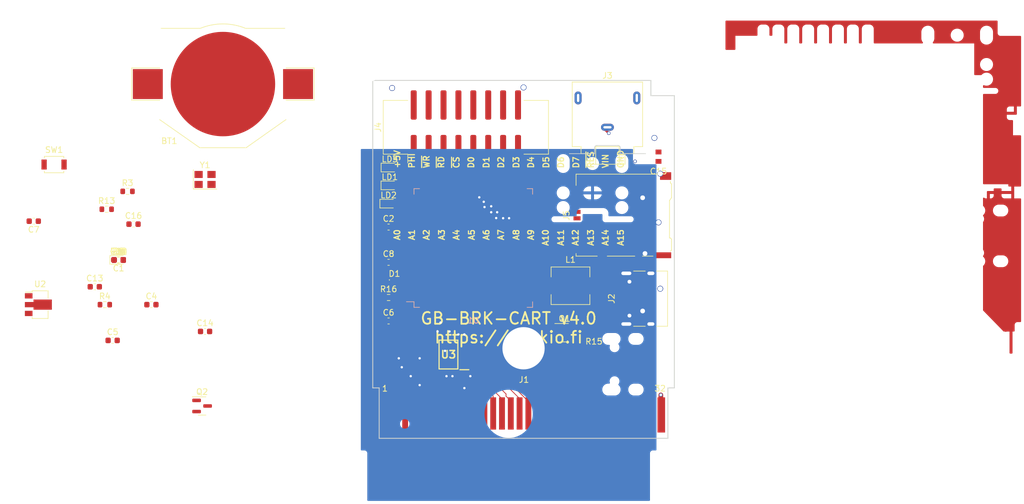
<source format=kicad_pcb>
(kicad_pcb (version 20211014) (generator pcbnew)
  (title_block (title "ICECART-GB") (rev "v5.1") (company "Iceberg Tech LLC") (comment 1 "https://icebergtech.xyz"))
  (layers (0 "F.Cu" signal) (31 "B.Cu" signal) (34 "B.Paste" user) (35 "F.Paste" user) (36 "B.SilkS" user "B.Silkscreen") (37 "F.SilkS" user "F.Silkscreen") (38 "B.Mask" user) (39 "F.Mask" user) (44 "Edge.Cuts" user))
  (net 0 "")
  (net 1 "VSSA")
  (net 2 "3.3V")
  (net 3 "Net-(BT1-Pad1)")
  (net 4 "SD-ON")
  (net 5 "VBAT")
  (net 6 "GB-D0")
  (net 7 "GB-D1")
  (net 8 "GB-D2")
  (net 9 "GB-D3")
  (net 10 "GB-D4")
  (net 11 "GB-D5")
  (net 12 "VDD")
  (net 13 "VDDA")
  (net 14 "GB-D6")
  (net 15 "GB-D7")
  (net 16 "GB-A4")
  (net 17 "GB-A5")
  (net 18 "GB-A6")
  (net 19 "GB-A7")
  (net 20 "GB-A8")
  (net 21 "GB-A9")
  (net 22 "GB-A10")
  (net 23 "GB-A11")
  (net 24 "GB-A12")
  (net 25 "GB-A13")
  (net 26 "GB-A14")
  (net 27 "GB-A15")
  (net 28 "PD11")
  (net 29 "GB-A0")
  (net 30 "GB-A1")
  (net 31 "SD-D0")
  (net 32 "SD-D1")
  (net 33 "USB_ID")
  (net 34 "USB_DM")
  (net 35 "USB_DP")
  (net 36 "SD-D2")
  (net 37 "SD-D3")
  (net 38 "SD-CK")
  (net 39 "GB-A2")
  (net 40 "GB-A3")
  (net 41 "SD-CMD")
  (net 42 "Net-(C1-Pad1)")
  (net 43 "Net-(C2-Pad1)")
  (net 44 "Net-(C3-Pad1)")
  (net 45 "Net-(C4-Pad1)")
  (net 46 "Net-(C11-Pad2)")
  (net 47 "GB-VCC")
  (net 48 "GB-PHI")
  (net 49 "GB-WR")
  (net 50 "GB-RD")
  (net 51 "GB-CS")
  (net 52 "GB-RES")
  (net 53 "ADC-MIC2")
  (net 54 "ADC-MIC1")
  (net 55 "GPIO0")
  (net 56 "GPIO2")
  (net 57 "GPIO4")
  (net 58 "GPIO6")
  (net 59 "GPIO8")
  (net 60 "GPIO10")
  (net 61 "GPIO12")
  (net 62 "GPIO14")
  (net 63 "GPIO1")
  (net 64 "GPIO3")
  (net 65 "GPIO5")
  (net 66 "GPIO7")
  (net 67 "GPIO9")
  (net 68 "GPIO11")
  (net 69 "GPIO13")
  (net 70 "GPIO15")
  (net 71 "/SH")
  (net 72 "SD-DET")
  (net 73 "Net-(LD1-Pad2)")
  (net 74 "Net-(LD2-Pad2)")
  (net 75 "Net-(LD3-Pad2)")
  (net 76 "Net-(LD4-Pad2)")
  (net 77 "PWR_LED")
  (net 78 "LED1")
  (net 79 "LED2")
  (net 80 "LED3")
  (net 81 "Net-(R9-Pad1)")
  (net 122 "Mem CLK")
  (net 123 "Mem_SO")
  (net 124 "Mem_SI")
  (net 125 "Mem_CS")
  (net 132 "Net-(J2-PadA5)")
  (net 133 "Net-(J2-PadA6)")
  (net 134 "Net-(J2-PadA7)")
  (net 136 "Net-(J2-PadB5)")
  (footprint "Gekkio_MountingHole:MountingHole_7.2mm" (layer "F.Cu") (at 102.54 73.474)
    (fp_text reference "MK1" hide)
    (fp_text value "DNF" hide)
  )
  (footprint "Gekkio_MountingHole:MountingHole_2.3mm" (layer "F.Cu") (at 76.54 26.824)
    (fp_text reference "MK2" hide)
    (fp_text value "DNF" hide)
  )
  (footprint "Resistor_SMD:R_0603_1608Metric" (layer "F.Cu") (at 114.54 69.824 90)
    (fp_text reference "R15")
    (fp_text value "47K")
  )
  (footprint "Connector_USB:USB_C_Receptacle_HRO_TYPE-C-31-M-12" (layer "F.Cu") (at 123.19 65.024 90)
    (fp_text reference "J2")
    (fp_text value "TYPE-C-31-M-12")
  )
  (footprint "Capacitor_SMD:C_0603_1608Metric" (layer "F.Cu") (at 125.54 40.824 90)
    (fp_text reference "C15")
    (fp_text value "100nF")
  )
  (footprint "Diode_SMD:D_0201_0603Metric" (layer "F.Cu") (at 80.54 61.824)
    (fp_text reference "D1")
    (fp_text value "D_Schottky")
  )
  (footprint "Capacitor_SMD:C_0603_1608Metric" (layer "F.Cu") (at 32.512 72.136)
    (fp_text reference "C5")
    (fp_text value "10")
  )
  (footprint "Resistor_SMD:R_0603_1608Metric" (layer "F.Cu") (at 33.528 58.42)
    (fp_text reference "R6")
    (fp_text value "510")
  )
  (footprint "Capacitor_SMD:C_0603_1608Metric" (layer "F.Cu") (at 48.26 70.612)
    (fp_text reference "C14")
    (fp_text value "100nF")
  )
  (footprint "LED_SMD:LED_0603_1608Metric" (layer "F.Cu") (at 79.756 42.672)
    (fp_text reference "LD3")
    (fp_text value "RED")
  )
  (footprint "LED_SMD:LED_0603_1608Metric" (layer "F.Cu") (at 79.739 45.72)
    (fp_text reference "LD1")
    (fp_text value "Green")
  )
  (footprint "Resistor_SMD:R_0603_1608Metric" (layer "F.Cu") (at 35.052 46.736)
    (fp_text reference "R3")
    (fp_text value "20")
  )
  (footprint "Resistor_SMD:R_0603_1608Metric" (layer "F.Cu") (at 31.496 49.784)
    (fp_text reference "R13")
    (fp_text value "47K")
  )
  (footprint "Capacitor_SMD:C_0603_1608Metric" (layer "F.Cu") (at 19.063 51.816 180)
    (fp_text reference "C7")
    (fp_text value "100nF")
  )
  (footprint "Button_Switch_SMD:SW_SPST_B3U-1000P" (layer "F.Cu") (at 22.528 42.164)
    (fp_text reference "SW1")
    (fp_text value "SW_Push")
  )
  (footprint "Capacitor_SMD:C_0603_1608Metric" (layer "F.Cu") (at 79.54 68.824)
    (fp_text reference "C6")
    (fp_text value "100nF")
  )
  (footprint "Resistor_SMD:R_0603_1608Metric" (layer "F.Cu") (at 79.54 64.824)
    (fp_text reference "R16")
    (fp_text value "0")
  )
  (footprint "Capacitor_SMD:C_0603_1608Metric" (layer "F.Cu") (at 39.116 66.04)
    (fp_text reference "C4")
    (fp_text value "2.2uF")
  )
  (footprint "Resistor_SMD:R_0603_1608Metric" (layer "F.Cu") (at 31.179 66.04)
    (fp_text reference "R4")
    (fp_text value "20")
  )
  (footprint "Crystal:Crystal_SMD_TXC_7M-4Pin_3.2x2.5mm" (layer "F.Cu") (at 48.26 44.704)
    (fp_text reference "Y1")
    (fp_text value "Crystal 8M")
  )
  (footprint "Connector_Card:microSD_HC_Hirose_DM3AT-SF-PEJM5" (layer "F.Cu") (at 119.38 50.8 90)
    (fp_text reference "J5")
    (fp_text value "Micro_SD_Card_Det")
  )
  (footprint "Gekkio_Connector_PCBEdge:GameBoy_Cartridge_1x32_P1.50mm_Edge" (layer "F.Cu") (at 102.616 84.836)
    (fp_text reference "J1")
    (fp_text value "DNF")
  )
  (footprint "Inductor_SMD:L_6.3x6.3_H3" (layer "F.Cu") (at 110.54 62.824)
    (fp_text reference "L1")
    (fp_text value "L")
  )
  (footprint "Capacitor_SMD:C_0603_1608Metric" (layer "F.Cu") (at 79.54 52.824)
    (fp_text reference "C2")
    (fp_text value "15p")
  )
  (footprint "Package_TO_SOT_SMD:SOT-23" (layer "F.Cu") (at 109.54 70.824)
    (fp_text reference "Q1")
    (fp_text value "AO3401A")
  )
  (footprint "Capacitor_SMD:C_0603_1608Metric" (layer "F.Cu") (at 36.068 52.324)
    (fp_text reference "C16")
    (fp_text value "1uF")
  )
  (footprint "Package_TO_SOT_SMD:SOT-23" (layer "F.Cu") (at 47.752 83.312)
    (fp_text reference "Q2")
    (fp_text value "AO3401A")
  )
  (footprint "Capacitor_SMD:C_0603_1608Metric" (layer "F.Cu") (at 29.464 62.992)
    (fp_text reference "C13")
    (fp_text value "100nF")
  )
  (footprint "Capacitor_SMD:C_0603_1608Metric" (layer "F.Cu") (at 33.528 58.42)
    (fp_text reference "C11")
    (fp_text value "0.1uF")
  )
  (footprint "LED_SMD:LED_0603_1608Metric" (layer "F.Cu") (at 79.54 48.824)
    (fp_text reference "LD2")
    (fp_text value "Orange")
  )
  (footprint "Resistor_SMD:R_0603_1608Metric" (layer "F.Cu") (at 33.528 58.42)
    (fp_text reference "R10")
    (fp_text value "47K")
  )
  (footprint "Resistor_SMD:R_0603_1608Metric" (layer "F.Cu") (at 33.528 58.42)
    (fp_text reference "R8")
    (fp_text value "510")
  )
  (footprint "Resistor_SMD:R_0603_1608Metric" (layer "F.Cu") (at 33.528 58.42)
    (fp_text reference "R2")
    (fp_text value "5k1")
  )
  (footprint "Capacitor_SMD:C_0603_1608Metric" (layer "F.Cu") (at 33.528 58.42 180)
    (fp_text reference "C1")
    (fp_text value "15p")
  )
  (footprint "Connector_Audio:Jack_3.5mm_CUI_SJ1-3523N_Horizontal" (layer "F.Cu") (at 116.84 35.814)
    (fp_text reference "J3")
    (fp_text value "AudioJack3")
    (fp_line (start 2.2 3.5) (end 2.2 4.5) (layer "Edge.Cuts") (width 0.12))
    (fp_line (start -2.2 3.5) (end -2.2 4.5) (layer "Edge.Cuts") (width 0.12))
    (fp_line (start -2.2 4.5) (end -6.5 4.5) (layer "Edge.Cuts") (width 0.12))
    (fp_line (start 1.8 3.1) (end -1.8 3.1) (layer "Edge.Cuts") (width 0.12))
    (fp_line (start 2.2 4.5) (end 6.5 4.5) (layer "Edge.Cuts") (width 0.12))
    (fp_arc (start -2.2 3.5) (mid -2.082842 3.217158) (end -1.8 3.1) (layer "Edge.Cuts") (width 0.12))
    (fp_arc (start 1.8 3.1) (mid 2.082843 3.217157) (end 2.2 3.5) (layer "Edge.Cuts") (width 0.12))
  )
  (footprint "Connector_IDC:IDC-Header_2x08_P2.54mm_Vertical_SMD" (layer "F.Cu") (at 92.71 35.814 90)
    (fp_text reference "J4")
    (fp_text value "Conn_02x08_Odd_Even")
  )
  (footprint "Battery:BatteryHolder_Keystone_3002_1x2032" (layer "F.Cu") (at 51.308 28.448)
    (fp_text reference "BT1")
    (fp_text value "Battery_Cell")
  )
  (footprint "Resistor_SMD:R_0603_1608Metric" (layer "F.Cu") (at 33.528 58.42)
    (fp_text reference "R9")
    (fp_text value "10k")
  )
  (footprint "Capacitor_SMD:C_0603_1608Metric" (layer "F.Cu") (at 79.54 58.824)
    (fp_text reference "C8")
    (fp_text value "100nF")
  )
  (footprint "LED_SMD:LED_0603_1608Metric" (layer "F.Cu") (at 33.528 58.42)
    (fp_text reference "LD4")
    (fp_text value "Blue")
  )
  (footprint "Capacitor_SMD:C_0603_1608Metric" (layer "F.Cu") (at 33.528 58.42)
    (fp_text reference "C3")
    (fp_text value "2.2uF")
  )
  (footprint "Capacitor_SMD:C_0603_1608Metric" (layer "F.Cu") (at 33.528 58.42)
    (fp_text reference "C10")
    (fp_text value "100nF")
  )
  (footprint "Capacitor_SMD:C_0603_1608Metric" (layer "F.Cu") (at 33.528 58.42)
    (fp_text reference "C9")
    (fp_text value "100nF")
  )
  (footprint "Resistor_SMD:R_0603_1608Metric" (layer "F.Cu") (at 33.528 58.42)
    (fp_text reference "R7")
    (fp_text value "510")
  )
  (footprint "Resistor_SMD:R_0603_1608Metric" (layer "F.Cu") (at 33.528 58.42)
    (fp_text reference "R5")
    (fp_text value "510")
  )
  (footprint "Resistor_SMD:R_0603_1608Metric" (layer "F.Cu") (at 33.528 58.42)
    (fp_text reference "R1")
    (fp_text value "5k1")
  )
  (footprint "IS66WVS4M8BLL:SOIC127P600X175-8N" (layer "F.Cu") (at 89.744 74.549 180)
    (fp_text reference "U3")
    (fp_text value "IS66WVS4M8BLL-104NLI" hide)
  )
  (footprint "Package_TO_SOT_SMD:SOT-89-3" (layer "F.Cu") (at 19.8505 66.04)
    (fp_text reference "U2")
    (fp_text value "HT75xx-1-SOT89")
  )
  (footprint "Resistor_SMD:R_0603_1608Metric" (layer "F.Cu") (at 33.528 58.42)
    (fp_text reference "R14")
    (fp_text value "47K")
  )
  (footprint "Resistor_SMD:R_0603_1608Metric" (layer "F.Cu") (at 33.528 58.42)
    (fp_text reference "R12")
    (fp_text value "100K")
  )
  (footprint "Capacitor_SMD:C_0603_1608Metric" (layer "F.Cu") (at 33.528 58.42)
    (fp_text reference "C12")
    (fp_text value "100nF")
  )
  (footprint "Resistor_SMD:R_0603_1608Metric" (layer "F.Cu") (at 33.528 58.42)
    (fp_text reference "R11")
    (fp_text value "47K")
  )
  (footprint "Package_QFP:LQFP-144_20x20mm_P0.5mm" (layer "B.Cu") (at 93.98 56.388)
    (fp_text reference "U1")
    (fp_text value "STM32F407ZGTx")
  )
  (gr_line (start 76.84 80.224) (end 76.84 27.824) (layer "Edge.Cuts") (width 0.15))
  (gr_line (start 128.24 80.224) (end 128.24 30.424) (layer "Edge.Cuts") (width 0.15))
  (gr_line (start 76.84 27.824) (end 124.24 27.824) (layer "Edge.Cuts") (width 0.15))
  (gr_line (start 77.94 88.824) (end 127.14 88.824) (layer "Edge.Cuts") (width 0.15))
  (gr_line (start 127.14 88.824) (end 127.14 80.224) (layer "Edge.Cuts") (width 0.15))
  (gr_line (start 124.24 27.824) (end 124.24 30.424) (layer "Edge.Cuts") (width 0.15))
  (gr_line (start 127.14 80.224) (end 128.24 80.224) (layer "Edge.Cuts") (width 0.15))
  (gr_line (start 128.24 30.424) (end 124.24 30.424) (layer "Edge.Cuts") (width 0.15))
  (gr_line (start 77.94 80.224) (end 76.84 80.224) (layer "Edge.Cuts") (width 0.15))
  (gr_line (start 77.94 88.824) (end 77.94 80.224) (layer "Edge.Cuts") (width 0.15))
  (gr_text "~{RD}" (at 88.5 42.9 90) (layer "F.SilkS") (effects (font (size 1 1) (thickness 0.2)) (justify left)))
  (gr_text "~{CS}" (at 91.1 42.9 90) (layer "F.SilkS") (effects (font (size 1 1) (thickness 0.2)) (justify left)))
  (gr_text "D0" (at 93.6 42.9 90) (layer "F.SilkS") (effects (font (size 1 1) (thickness 0.2)) (justify left)))
  (gr_text "D1" (at 96.2 42.9 90) (layer "F.SilkS") (effects (font (size 1 1) (thickness 0.2)) (justify left)))
  (gr_text "D2" (at 98.7 42.9 90) (layer "F.SilkS") (effects (font (size 1 1) (thickness 0.2)) (justify left)))
  (gr_text "D3" (at 101.3 42.9 90) (layer "F.SilkS") (effects (font (size 1 1) (thickness 0.2)) (justify left)))
  (gr_text "D4" (at 103.8 42.9 90) (layer "F.SilkS") (effects (font (size 1 1) (thickness 0.2)) (justify left)))
  (gr_text "D5" (at 106.4 42.9 90) (layer "F.SilkS") (effects (font (size 1 1) (thickness 0.2)) (justify left)))
  (gr_text "D6" (at 108.9 42.9 90) (layer "F.SilkS") (effects (font (size 1 1) (thickness 0.2)) (justify left)))
  (gr_text "D7" (at 111.5 42.9 90) (layer "F.SilkS") (effects (font (size 1 1) (thickness 0.2)) (justify left)))
  (gr_text "~{RES}" (at 114 42.9 90) (layer "F.SilkS") (effects (font (size 1 1) (thickness 0.2)) (justify left)))
  (gr_text "VIN" (at 116.5 42.9 90) (layer "F.SilkS") (effects (font (size 1 1) (thickness 0.2)) (justify left)))
  (gr_text "GB-BRK-CART v4.0\nhttps://gekkio.fi" (at 100 70) (layer "F.SilkS") (effects (font (size 2 2) (thickness 0.3))))
  (gr_text "GND" (at 119.1 42.9 90) (layer "F.SilkS") (effects (font (size 1 1) (thickness 0.2)) (justify left)))
  (gr_text "A8" (at 101.3 53.1 90) (layer "F.SilkS") (effects (font (size 1 1) (thickness 0.2)) (justify right)))
  (gr_text "A6" (at 96.2 53.1 90) (layer "F.SilkS") (effects (font (size 1 1) (thickness 0.2)) (justify right)))
  (gr_text "A12" (at 111.4 53.1 90) (layer "F.SilkS") (effects (font (size 1 1) (thickness 0.2)) (justify right)))
  (gr_text "+5V" (at 81 42.9 90) (layer "F.SilkS") (effects (font (size 1 1) (thickness 0.2)) (justify left)))
  (gr_text "A13" (at 114 53.1 90) (layer "F.SilkS") (effects (font (size 1 1) (thickness 0.2)) (justify right)))
  (gr_text "A10" (at 106.3 53.1 90) (layer "F.SilkS") (effects (font (size 1 1) (thickness 0.2)) (justify right)))
  (gr_text "A14" (at 116.5 53.1 90) (layer "F.SilkS") (effects (font (size 1 1) (thickness 0.2)) (justify right)))
  (gr_text "~{WR}" (at 86 42.9 90) (layer "F.SilkS") (effects (font (size 1 1) (thickness 0.2)) (justify left)))
  (gr_text "A9" (at 103.8 53.1 90) (layer "F.SilkS") (effects (font (size 1 1) (thickness 0.2)) (justify right)))
  (gr_text "A2" (at 86 53.1 90) (layer "F.SilkS") (effects (font (size 1 1) (thickness 0.2)) (justify right)))
  (gr_text "A11" (at 108.9 53.1 90) (layer "F.SilkS") (effects (font (size 1 1) (thickness 0.2)) (justify right)))
  (gr_text "A0" (at 81 53.1 90) (layer "F.SilkS") (effects (font (size 1 1) (thickness 0.2)) (justify right)))
  (gr_text "A7" (at 98.7 53.1 90) (layer "F.SilkS") (effects (font (size 1 1) (thickness 0.2)) (justify right)))
  (gr_text "A4" (at 91.1 53.1 90) (layer "F.SilkS") (effects (font (size 1 1) (thickness 0.2)) (justify right)))
  (gr_text "A1" (at 83.5 53.1 90) (layer "F.SilkS") (effects (font (size 1 1) (thickness 0.2)) (justify right)))
  (gr_text "PHI" (at 83.5 42.9 90) (layer "F.SilkS") (effects (font (size 1 1) (thickness 0.2)) (justify left)))
  (gr_text "A15" (at 119.1 53.1 90) (layer "F.SilkS") (effects (font (size 1 1) (thickness 0.2)) (justify right)))
  (gr_text "A3" (at 88.6 53.1 90) (layer "F.SilkS") (effects (font (size 1 1) (thickness 0.2)) (justify right)))
  (gr_text "A5" (at 93.7 53.1 90) (layer "F.SilkS") (effects (font (size 1 1) (thickness 0.2)) (justify right)))
  (via (at 84.836 75.184) (size 0.6) (drill 0.4) (layers "F.Cu" "B.Cu") (net 0))
  (segment (start 117.06 36.824) (end 116.51 36.274) (width 0.4) (layer "F.Cu") (net 1))
  (segment (start 125.94 84.824) (end 125.94 81.424) (width 0.8) (layer "F.Cu") (net 1))
  (segment (start 92.456 73.914) (end 92.456 72.644) (width 0.127) (layer "F.Cu") (net 1))
  (via (at 122.84 67.124) (size 1) (drill 0.8) (layers "F.Cu" "B.Cu") (net 1))
  (via (at 125.84 63.324) (size 1) (drill 0.8) (layers "F.Cu" "B.Cu") (net 1))
  (via (at 125.54 52.024) (size 1) (drill 0.8) (layers "F.Cu" "B.Cu") (net 1))
  (via (at 122.84 47.824) (size 1) (drill 0.8) (layers "F.Cu" "B.Cu") (net 1))
  (via (at 125.84 43.724) (size 1) (drill 0.8) (layers "F.Cu" "B.Cu") (net 1))
  (via (at 124.84 37.624) (size 1) (drill 0.8) (layers "F.Cu" "B.Cu") (net 1))
  (via (at 80.14 29.124) (size 1) (drill 0.8) (layers "F.Cu" "B.Cu") (net 1))
  (via (at 102.54 29.024) (size 1) (drill 0.8) (layers "F.Cu" "B.Cu") (net 1))
  (via (at 121.54 41.624) (size 0.6) (drill 0.4) (layers "F.Cu" "B.Cu") (net 1))
  (via (at 125.94 81.424) (size 0.6) (drill 0.4) (layers "F.Cu" "B.Cu") (net 1))
  (via (at 123.24 57.324) (size 1) (drill 0.8) (layers "F.Cu" "B.Cu") (net 1))
  (via (at 117.06 36.824) (size 0.6) (drill 0.4) (layers "F.Cu" "B.Cu") (net 1))
  (segment (start 94.996 47.752) (end 94.488 48.26) (width 0.127) (layer "F.Cu") (net 16))
  (segment (start 92.964 82.238) (end 92.866 82.336) (width 0.127) (layer "F.Cu") (net 16))
  (segment (start 92.964 80.772) (end 92.964 82.238) (width 0.127) (layer "F.Cu") (net 16))
  (segment (start 94.488 79.248) (end 92.964 80.772) (width 0.127) (layer "F.Cu") (net 16))
  (segment (start 94.488 48.26) (end 94.488 79.248) (width 0.127) (layer "F.Cu") (net 16))
  (segment (start 92.866 82.336) (end 92.866 84.586) (width 0.127) (layer "F.Cu") (net 16))
  (via (at 94.996 47.752) (size 0.6) (drill 0.4) (layers "F.Cu" "B.Cu") (net 16))
  (segment (start 93.19 58.194) (end 93.19 56.9015) (width 0.127) (layer "B.Cu") (net 16))
  (segment (start 92.456 58.928) (end 93.19 58.194) (width 0.127) (layer "B.Cu") (net 16))
  (segment (start 94.366 82.336) (end 94.366 84.586) (width 0.127) (layer "F.Cu") (net 17))
  (segment (start 94.996 49.276) (end 94.996 81.706) (width 0.127) (layer "F.Cu") (net 17))
  (segment (start 94.996 81.706) (end 94.366 82.336) (width 0.127) (layer "F.Cu") (net 17))
  (segment (start 95.758 48.514) (end 94.996 49.276) (width 0.127) (layer "F.Cu") (net 17))
  (via (at 95.758 48.514) (size 0.6) (drill 0.4) (layers "F.Cu" "B.Cu") (net 17))
  (segment (start 93.69 59.218) (end 93.69 56.9015) (width 0.127) (layer "B.Cu") (net 17))
  (segment (start 93.218 59.69) (end 93.69 59.218) (width 0.127) (layer "B.Cu") (net 17))
  (segment (start 95.887911 49.408047) (end 95.504 49.791958) (width 0.127) (layer "F.Cu") (net 18))
  (segment (start 95.504 49.791958) (end 95.504 80.264) (width 0.127) (layer "F.Cu") (net 18))
  (segment (start 95.504 80.264) (end 95.866 80.626) (width 0.127) (layer "F.Cu") (net 18))
  (segment (start 95.866 80.626) (end 95.866 84.586) (width 0.127) (layer "F.Cu") (net 18))
  (via (at 95.887911 49.408047) (size 0.6) (drill 0.4) (layers "F.Cu" "B.Cu") (net 18))
  (segment (start 94.19 59.741958) (end 94.19 56.9015) (width 0.127) (layer "B.Cu") (net 18))
  (segment (start 93.347911 60.584047) (end 94.19 59.741958) (width 0.127) (layer "B.Cu") (net 18))
  (segment (start 97.366 84.586) (end 97.366 81.618) (width 0.127) (layer "F.Cu") (net 19))
  (segment (start 96.012 80.264) (end 96.012 76.708) (width 0.127) (layer "F.Cu") (net 19))
  (segment (start 96.012 76.708) (end 96.012 50.292) (width 0.127) (layer "F.Cu") (net 19))
  (segment (start 96.012 50.292) (end 97.028 49.276) (width 0.127) (layer "F.Cu") (net 19))
  (segment (start 97.366 81.618) (end 96.012 80.264) (width 0.127) (layer "F.Cu") (net 19))
  (via (at 97.028 49.276) (size 0.6) (drill 0.4) (layers "F.Cu" "B.Cu") (net 19))
  (segment (start 94.488 60.452) (end 95.69 59.25) (width 0.127) (layer "B.Cu") (net 19))
  (segment (start 95.69 59.25) (end 95.69 56.9015) (width 0.127) (layer "B.Cu") (net 19))
  (segment (start 96.52 79.756) (end 96.52 50.8) (width 0.127) (layer "F.Cu") (net 20))
  (segment (start 98.866 82.102) (end 96.52 79.756) (width 0.127) (layer "F.Cu") (net 20))
  (segment (start 98.866 84.586) (end 98.866 82.102) (width 0.127) (layer "F.Cu") (net 20))
  (segment (start 96.52 50.8) (end 97.028 50.292) (width 0.127) (layer "F.Cu") (net 20))
  (via (at 97.028 50.292) (size 0.6) (drill 0.4) (layers "F.Cu" "B.Cu") (net 20))
  (segment (start 94.488 61.468) (end 96.19 59.766) (width 0.127) (layer "B.Cu") (net 20))
  (segment (start 96.19 59.766) (end 96.19 56.9015) (width 0.127) (layer "B.Cu") (net 20))
  (segment (start 100.366 84.586) (end 100.366 82.455) (width 0.127) (layer "F.Cu") (net 21))
  (segment (start 97.028 79.756) (end 97.028 51.308) (width 0.127) (layer "F.Cu") (net 21))
  (segment (start 99.5565 81.6455) (end 99.5565 81.2685) (width 0.127) (layer "F.Cu") (net 21))
  (segment (start 99.5565 81.2685) (end 98.044 79.756) (width 0.127) (layer "F.Cu") (net 21))
  (segment (start 97.028 51.308) (end 98.044 50.292) (width 0.127) (layer "F.Cu") (net 21))
  (segment (start 98.044 79.756) (end 97.028 79.756) (width 0.127) (layer "F.Cu") (net 21))
  (segment (start 100.366 82.455) (end 99.5565 81.6455) (width 0.127) (layer "F.Cu") (net 21))
  (via (at 98.044 50.292) (size 0.6) (drill 0.4) (layers "F.Cu" "B.Cu") (net 21))
  (segment (start 96.69 60.282) (end 96.69 56.9015) (width 0.127) (layer "B.Cu") (net 21))
  (segment (start 95.504 61.468) (end 96.69 60.282) (width 0.127) (layer "B.Cu") (net 21))
  (segment (start 99.06 79.248) (end 101.866 82.054) (width 0.127) (layer "F.Cu") (net 22))
  (segment (start 97.536 79.248) (end 99.06 79.248) (width 0.127) (layer "F.Cu") (net 22))
  (segment (start 101.866 82.054) (end 101.866 84.586) (width 0.127) (layer "F.Cu") (net 22))
  (segment (start 97.536 51.625283) (end 97.536 79.248) (width 0.127) (layer "F.Cu") (net 22))
  (segment (start 97.877405 51.283878) (end 97.536 51.625283) (width 0.127) (layer "F.Cu") (net 22))
  (via (at 97.877405 51.283878) (size 0.6) (drill 0.4) (layers "F.Cu" "B.Cu") (net 22))
  (segment (start 95.337405 62.459878) (end 97.19 60.607283) (width 0.127) (layer "B.Cu") (net 22))
  (segment (start 97.19 60.607283) (end 97.19 56.9015) (width 0.127) (layer "B.Cu") (net 22))
  (segment (start 98.044 52.324) (end 99.06 51.308) (width 0.127) (layer "F.Cu") (net 23))
  (segment (start 98.044 78.74) (end 98.044 52.324) (width 0.127) (layer "F.Cu") (net 23))
  (segment (start 103.366 82.538) (end 99.568 78.74) (width 0.127) (layer "F.Cu") (net 23))
  (segment (start 103.366 84.586) (end 103.366 82.03) (width 0.127) (layer "F.Cu") (net 23))
  (segment (start 103.366 84.586) (end 103.366 82.538) (width 0.127) (layer "F.Cu") (net 23))
  (segment (start 99.568 78.74) (end 98.044 78.74) (width 0.127) (layer "F.Cu") (net 23))
  (via (at 99.06 51.308) (size 0.6) (drill 0.4) (layers "F.Cu" "B.Cu") (net 23))
  (segment (start 97.69 61.314) (end 97.69 56.9015) (width 0.127) (layer "B.Cu") (net 23))
  (segment (start 96.52 62.484) (end 97.69 61.314) (width 0.127) (layer "B.Cu") (net 23))
  (segment (start 104.866 82.336) (end 98.626499 76.096499) (width 0.127) (layer "F.Cu") (net 24))
  (segment (start 104.866 84.586) (end 104.866 82.336) (width 0.127) (layer "F.Cu") (net 24))
  (segment (start 98.626499 52.757501) (end 100.076 51.308) (width 0.127) (layer "F.Cu") (net 24))
  (segment (start 98.626499 76.096499) (end 98.626499 52.757501) (width 0.127) (layer "F.Cu") (net 24))
  (via (at 100.076 51.308) (size 0.6) (drill 0.4) (layers "F.Cu" "B.Cu") (net 24))
  (segment (start 98.19 61.83) (end 98.19 56.9015) (width 0.127) (layer "B.Cu") (net 24))
  (segment (start 97.536 62.484) (end 98.19 61.83) (width 0.127) (layer "B.Cu") (net 24))
  (segment (start 106.366 84.586) (end 106.366 82.336) (width 0.127) (layer "F.Cu") (net 25))
  (segment (start 107.866 84.586) (end 107.866 81.958) (width 0.127) (layer "F.Cu") (net 26))
  (segment (start 86.866 84.586) (end 86.866 80.774) (width 0.127) (layer "F.Cu") (net 29))
  (segment (start 86.866 80.774) (end 89.408 78.232) (width 0.127) (layer "F.Cu") (net 29))
  (via (at 91.44 71.12) (size 0.6) (drill 0.4) (layers "F.Cu" "B.Cu") (net 29))
  (via (at 89.408 78.232) (size 0.6) (drill 0.4) (layers "F.Cu" "B.Cu") (net 29))
  (segment (start 88.9 84.328) (end 88.9 82.296) (width 0.127) (layer "B.Cu") (net 29))
  (segment (start 86.868 89.408) (end 86.868 86.36) (width 0.127) (layer "B.Cu") (net 29))
  (segment (start 86.868 86.36) (end 88.9 84.328) (width 0.127) (layer "B.Cu") (net 29))
  (segment (start 88.366 80.29) (end 90.424 78.232) (width 0.127) (layer "F.Cu") (net 30))
  (segment (start 88.366 84.586) (end 88.366 80.29) (width 0.127) (layer "F.Cu") (net 30))
  (via (at 92.456 71.12) (size 0.6) (drill 0.4) (layers "F.Cu" "B.Cu") (net 30))
  (via (at 90.424 78.232) (size 0.6) (drill 0.4) (layers "F.Cu" "B.Cu") (net 30))
  (segment (start 87.884 86.868) (end 89.916 84.836) (width 0.127) (layer "B.Cu") (net 30))
  (segment (start 89.916 84.836) (end 89.916 82.296) (width 0.127) (layer "B.Cu") (net 30))
  (segment (start 87.884 89.408) (end 87.884 86.868) (width 0.127) (layer "B.Cu") (net 30))
  (segment (start 89.866 81.838) (end 89.866 84.586) (width 0.127) (layer "F.Cu") (net 39))
  (segment (start 93.472 78.232) (end 89.866 81.838) (width 0.127) (layer "F.Cu") (net 39))
  (via (at 93.472 78.232) (size 0.6) (drill 0.4) (layers "F.Cu" "B.Cu") (net 39))
  (segment (start 90.932 88.183473) (end 93.472 85.643473) (width 0.127) (layer "B.Cu") (net 39))
  (segment (start 97.69 80.11) (end 93.472 84.328) (width 0.127) (layer "B.Cu") (net 39))
  (segment (start 97.69 78.2265) (end 97.69 80.11) (width 0.127) (layer "B.Cu") (net 39))
  (segment (start 90.932 89.408) (end 90.932 88.183473) (width 0.127) (layer "B.Cu") (net 39))
  (segment (start 93.472 85.643473) (end 93.472 84.328) (width 0.127) (layer "B.Cu") (net 39))
  (segment (start 91.366 81.354) (end 91.366 84.586) (width 0.127) (layer "F.Cu") (net 40))
  (segment (start 92.456 80.264) (end 91.366 81.354) (width 0.127) (layer "F.Cu") (net 40))
  (via (at 92.456 80.264) (size 0.6) (drill 0.4) (layers "F.Cu" "B.Cu") (net 40))
  (segment (start 89.916 87.665801) (end 92.964 84.617801) (width 0.127) (layer "B.Cu") (net 40))
  (segment (start 97.19 79.086) (end 97.19 78.2265) (width 0.127) (layer "B.Cu") (net 40))
  (segment (start 92.964 84.617801) (end 92.964 83.312) (width 0.127) (layer "B.Cu") (net 40))
  (segment (start 92.964 83.312) (end 97.19 79.086) (width 0.127) (layer "B.Cu") (net 40))
  (segment (start 89.916 91.44) (end 89.916 87.665801) (width 0.127) (layer "B.Cu") (net 40))
  (segment (start 81.28 75.184) (end 80.866 75.598) (width 0.127) (layer "F.Cu") (net 48))
  (segment (start 80.866 75.598) (end 80.866 84.586) (width 0.127) (layer "F.Cu") (net 48))
  (via (at 81.28 75.184) (size 0.6) (drill 0.4) (layers "F.Cu" "B.Cu") (net 48))
  (segment (start 80.7775 67.814) (end 78.998 67.814) (width 0.127) (layer "B.Cu") (net 48))
  (segment (start 78.74 68.072) (end 78.74 86.36) (width 0.127) (layer "B.Cu") (net 48))
  (segment (start 78.998 67.814) (end 78.74 68.072) (width 0.127) (layer "B.Cu") (net 48))
  (segment (start 81.788 76.708) (end 82.366 77.286) (width 0.127) (layer "F.Cu") (net 49))
  (segment (start 82.366 77.286) (end 82.366 84.586) (width 0.127) (layer "F.Cu") (net 49))
  (via (at 81.788 76.708) (size 0.6) (drill 0.4) (layers "F.Cu" "B.Cu") (net 49))
  (segment (start 79.248 87.884) (end 78.232 87.884) (width 0.127) (layer "B.Cu") (net 49))
  (segment (start 77.724 87.376) (end 77.724 68.072) (width 0.127) (layer "B.Cu") (net 49))
  (segment (start 78.482 67.314) (end 80.7775 67.314) (width 0.127) (layer "B.Cu") (net 49))
  (segment (start 77.724 68.072) (end 78.482 67.314) (width 0.127) (layer "B.Cu") (net 49))
  (segment (start 78.232 87.884) (end 77.724 87.376) (width 0.127) (layer "B.Cu") (net 49))
  (segment (start 83.312 78.232) (end 83.312 78.74) (width 0.127) (layer "F.Cu") (net 50))
  (segment (start 83.312 78.74) (end 83.866 79.294) (width 0.127) (layer "F.Cu") (net 50))
  (segment (start 83.866 79.294) (end 83.866 84.586) (width 0.127) (layer "F.Cu") (net 50))
  (via (at 83.312 78.232) (size 0.6) (drill 0.4) (layers "F.Cu" "B.Cu") (net 50))
  (segment (start 77.216 67.564) (end 77.966 66.814) (width 0.127) (layer "B.Cu") (net 50))
  (segment (start 77.966 66.814) (end 80.7775 66.814) (width 0.127) (layer "B.Cu") (net 50))
  (segment (start 80.772 89.408) (end 78.74 89.408) (width 0.127) (layer "B.Cu") (net 50))
  (segment (start 76.708 77.216) (end 77.216 76.708) (width 0.127) (layer "B.Cu") (net 50))
  (segment (start 76.708 87.376) (end 76.708 77.216) (width 0.127) (layer "B.Cu") (net 50))
  (segment (start 77.216 76.708) (end 77.216 67.564) (width 0.127) (layer "B.Cu") (net 50))
  (segment (start 78.74 89.408) (end 76.708 87.376) (width 0.127) (layer "B.Cu") (net 50))
  (segment (start 84.836 79.756) (end 85.366 80.286) (width 0.127) (layer "F.Cu") (net 51))
  (segment (start 85.366 80.286) (end 85.366 84.586) (width 0.127) (layer "F.Cu") (net 51))
  (via (at 84.836 79.756) (size 0.6) (drill 0.4) (layers "F.Cu" "B.Cu") (net 51))
  (segment (start 76.2 67.564) (end 77.45 66.314) (width 0.127) (layer "B.Cu") (net 51))
  (segment (start 78.74 90.424) (end 76.2 87.884) (width 0.127) (layer "B.Cu") (net 51))
  (segment (start 77.45 66.314) (end 80.7775 66.314) (width 0.127) (layer "B.Cu") (net 51))
  (segment (start 82.296 90.932) (end 81.788 90.424) (width 0.127) (layer "B.Cu") (net 51))
  (segment (start 76.2 87.884) (end 76.2 67.564) (width 0.127) (layer "B.Cu") (net 51))
  (segment (start 81.788 90.424) (end 78.74 90.424) (width 0.127) (layer "B.Cu") (net 51))
  (segment (start 89.154 73.914) (end 87.032 73.914) (width 0.127) (layer "F.Cu") (net 122))
  (via (at 89.154 73.914) (size 0.6) (drill 0.4) (layers "F.Cu" "B.Cu") (net 122))
  (segment (start 88.19 83.514) (end 88.19 78.2265) (width 0.127) (layer "B.Cu") (net 122))
  (segment (start 86.614 85.09) (end 88.19 83.514) (width 0.127) (layer "B.Cu") (net 122))
  (segment (start 89.916 72.8425) (end 92.2575 75.184) (width 0.127) (layer "F.Cu") (net 123))
  (segment (start 92.2575 75.184) (end 92.456 75.184) (width 0.127) (layer "F.Cu") (net 123))
  (segment (start 89.916 70.612) (end 89.916 72.8425) (width 0.127) (layer "F.Cu") (net 123))
  (via (at 89.916 70.612) (size 0.6) (drill 0.4) (layers "F.Cu" "B.Cu") (net 123))
  (segment (start 87.69 80.578) (end 87.69 78.2265) (width 0.127) (layer "B.Cu") (net 123))
  (segment (start 87.376 81.788) (end 87.376 80.892) (width 0.127) (layer "B.Cu") (net 123))
  (segment (start 87.376 80.892) (end 87.69 80.578) (width 0.127) (layer "B.Cu") (net 123))
  (segment (start 87.032 71.464) (end 87.032 72.644) (width 0.127) (layer "F.Cu") (net 124))
  (segment (start 87.884 70.612) (end 87.032 71.464) (width 0.127) (layer "F.Cu") (net 124))
  (via (at 87.884 70.612) (size 0.6) (drill 0.4) (layers "F.Cu" "B.Cu") (net 124))
  (segment (start 85.344 81.788) (end 85.707099 81.788) (width 0.127) (layer "B.Cu") (net 124))
  (segment (start 85.707099 81.788) (end 87.19 80.305099) (width 0.127) (layer "B.Cu") (net 124))
  (segment (start 87.19 80.305099) (end 87.19 78.2265) (width 0.127) (layer "B.Cu") (net 124))
  (segment (start 92.0185 76.454) (end 89.891145 74.326645) (width 0.127) (layer "F.Cu") (net 125))
  (segment (start 88.392 70.104) (end 88.392 69.088) (width 0.127) (layer "F.Cu") (net 125))
  (segment (start 92.456 76.454) (end 92.0185 76.454) (width 0.127) (layer "F.Cu") (net 125))
  (segment (start 88.9 70.612) (end 88.392 70.104) (width 0.127) (layer "F.Cu") (net 125))
  (segment (start 89.891145 73.635145) (end 88.9 72.644) (width 0.127) (layer "F.Cu") (net 125))
  (segment (start 89.891145 74.326645) (end 89.891145 73.635145) (width 0.127) (layer "F.Cu") (net 125))
  (segment (start 88.9 72.644) (end 88.9 70.612) (width 0.127) (layer "F.Cu") (net 125))
  (via (at 88.392 69.088) (size 0.6) (drill 0.4) (layers "F.Cu" "B.Cu") (net 125))
  (segment (start 86.69 79.426) (end 85.852 80.264) (width 0.127) (layer "B.Cu") (net 125))
  (segment (start 86.69 78.2265) (end 86.69 79.426) (width 0.127) (layer "B.Cu") (net 125))
  (zone (net 1) (net_name "VSSA") (layer "F.Cu") (connect_pads (clearance 0.508)) (min_thickness 0.254) (fill yes (thermal_gap 0.508) (thermal_bridge_width 0.508))
    (polygon (pts (xy 186.248 77.224) (xy 184.748 77.224) (xy 184.748 71.024) (xy 180.848 67.024) (xy 180.848 26.924) (xy 179.348 26.924) (xy 179.348 21.524) (xy 145.548 21.524) (xy 145.548 20.224) (xy 138.648 20.224) (xy 138.648 22.624) (xy 136.448 22.624) (xy 136.448 17.124) (xy 183.848 17.124) (xy 183.848 19.724) (xy 187.848 19.724) (xy 187.848 69.524) (xy 186.748 69.524) (xy 186.748 77.224)))
  )
  (zone (net 1) (net_name "VSSA") (layer "B.Cu") (connect_pads (clearance 0.508)) (min_thickness 0.254) (fill yes (thermal_gap 0.508) (thermal_bridge_width 0.508))
    (polygon (pts (xy 121.7 41.6) (xy 125.7 41.6) (xy 125.7 91.4) (xy 124.6 91.4) (xy 124.6 100) (xy 75.4 100) (xy 75.4 91.4) (xy 74.3 91.4) (xy 74.3 39) (xy 121.7 39)))
  )
)
</source>
